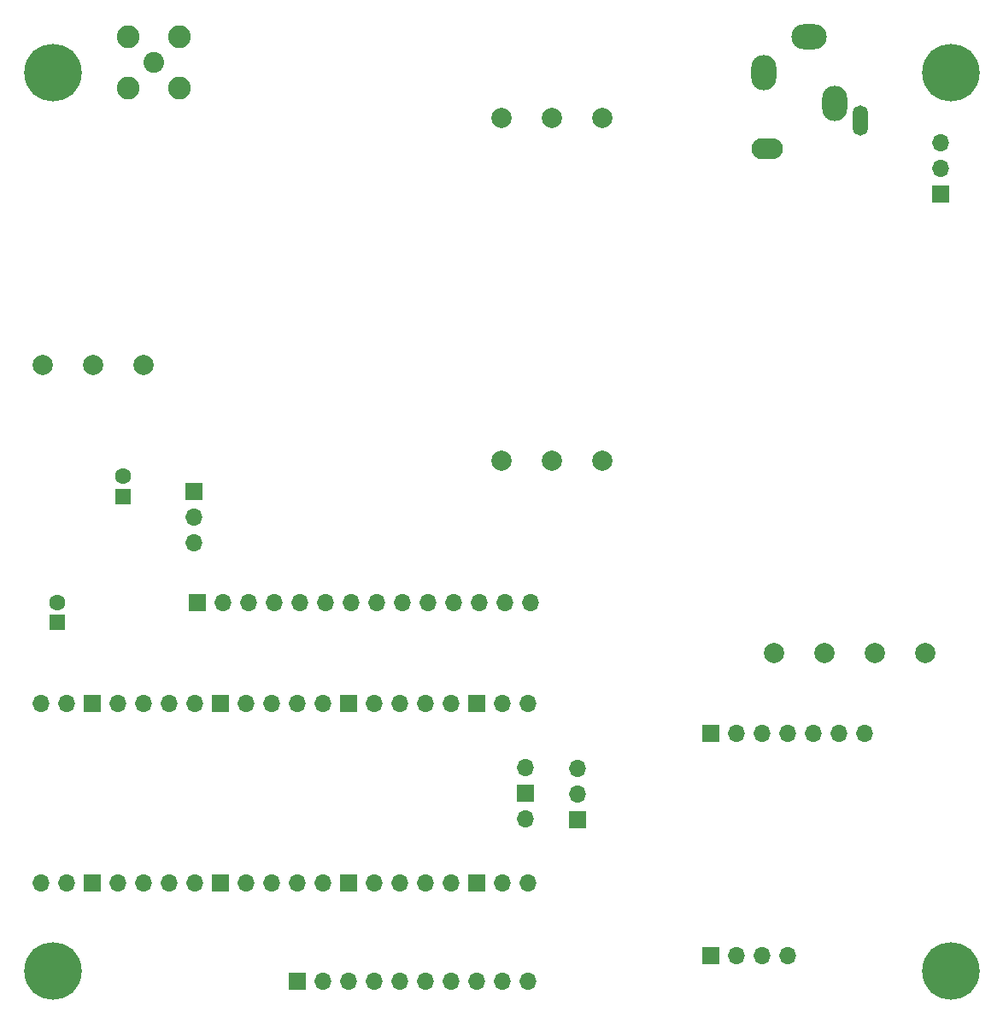
<source format=gbs>
G04 #@! TF.GenerationSoftware,KiCad,Pcbnew,8.0.8*
G04 #@! TF.CreationDate,2025-02-28T08:34:03-05:00*
G04 #@! TF.ProjectId,VWS_SDR,5657535f-5344-4522-9e6b-696361645f70,rev?*
G04 #@! TF.SameCoordinates,Original*
G04 #@! TF.FileFunction,Soldermask,Bot*
G04 #@! TF.FilePolarity,Negative*
%FSLAX46Y46*%
G04 Gerber Fmt 4.6, Leading zero omitted, Abs format (unit mm)*
G04 Created by KiCad (PCBNEW 8.0.8) date 2025-02-28 08:34:03*
%MOMM*%
%LPD*%
G01*
G04 APERTURE LIST*
%ADD10O,1.700000X1.700000*%
%ADD11R,1.700000X1.700000*%
%ADD12C,2.050000*%
%ADD13C,2.250000*%
%ADD14C,2.000000*%
%ADD15C,5.700000*%
%ADD16R,1.600000X1.600000*%
%ADD17C,1.600000*%
%ADD18O,1.500000X3.000000*%
%ADD19O,2.500000X3.500000*%
%ADD20O,3.500000X2.500000*%
%ADD21O,3.100000X2.100000*%
G04 APERTURE END LIST*
D10*
X88340000Y-125280000D03*
X90880000Y-125280000D03*
D11*
X93420000Y-125280000D03*
D10*
X95960000Y-125280000D03*
X98500000Y-125280000D03*
X101040000Y-125280000D03*
X103580000Y-125280000D03*
D11*
X106120000Y-125280000D03*
D10*
X108660000Y-125280000D03*
X111200000Y-125280000D03*
X113740000Y-125280000D03*
X116280000Y-125280000D03*
D11*
X118820000Y-125280000D03*
D10*
X121360000Y-125280000D03*
X123900000Y-125280000D03*
X126440000Y-125280000D03*
X128980000Y-125280000D03*
D11*
X131520000Y-125280000D03*
D10*
X134060000Y-125280000D03*
X136600000Y-125280000D03*
X136600000Y-107500000D03*
X134060000Y-107500000D03*
D11*
X131520000Y-107500000D03*
D10*
X128980000Y-107500000D03*
X126440000Y-107500000D03*
X123900000Y-107500000D03*
X121360000Y-107500000D03*
D11*
X118820000Y-107500000D03*
D10*
X116280000Y-107500000D03*
X113740000Y-107500000D03*
X111200000Y-107500000D03*
X108660000Y-107500000D03*
D11*
X106120000Y-107500000D03*
D10*
X103580000Y-107500000D03*
X101040000Y-107500000D03*
X98500000Y-107500000D03*
X95960000Y-107500000D03*
D11*
X93420000Y-107500000D03*
D10*
X90880000Y-107500000D03*
X88340000Y-107500000D03*
X136370000Y-118930000D03*
D11*
X136370000Y-116390000D03*
D10*
X136370000Y-113850000D03*
D12*
X99500000Y-44000000D03*
D13*
X96960000Y-41460000D03*
X96960000Y-46540000D03*
X102040000Y-41460000D03*
X102040000Y-46540000D03*
D14*
X144000000Y-49500000D03*
D11*
X141500000Y-119000000D03*
D10*
X141500000Y-116460000D03*
X141500000Y-113920000D03*
D11*
X154760000Y-110500000D03*
D10*
X157300000Y-110500000D03*
X159840000Y-110500000D03*
X162380000Y-110500000D03*
X164920000Y-110500000D03*
X167460000Y-110500000D03*
X170000000Y-110500000D03*
D15*
X89500000Y-134000000D03*
D14*
X98500000Y-74000000D03*
X166000000Y-102500000D03*
D15*
X178500000Y-45000000D03*
D11*
X103800000Y-97500000D03*
D10*
X106340000Y-97500000D03*
X108880000Y-97500000D03*
X111420000Y-97500000D03*
X113960000Y-97500000D03*
X116500000Y-97500000D03*
X119040000Y-97500000D03*
X121580000Y-97500000D03*
X124120000Y-97500000D03*
X126660000Y-97500000D03*
X129200000Y-97500000D03*
X131740000Y-97500000D03*
X134280000Y-97500000D03*
X136820000Y-97500000D03*
D14*
X134000000Y-49500000D03*
D15*
X89500000Y-45000000D03*
D11*
X113720000Y-135000000D03*
D10*
X116260000Y-135000000D03*
X118800000Y-135000000D03*
X121340000Y-135000000D03*
X123880000Y-135000000D03*
X126420000Y-135000000D03*
X128960000Y-135000000D03*
X131500000Y-135000000D03*
X134040000Y-135000000D03*
X136580000Y-135000000D03*
D11*
X154700000Y-132500000D03*
D10*
X157240000Y-132500000D03*
X159780000Y-132500000D03*
X162320000Y-132500000D03*
D14*
X93500000Y-74000000D03*
X144000000Y-83500000D03*
D11*
X177500000Y-57080000D03*
D10*
X177500000Y-54540000D03*
X177500000Y-52000000D03*
D14*
X161000000Y-102500000D03*
X176000000Y-102500000D03*
X134000000Y-83500000D03*
X139000000Y-49500000D03*
D16*
X96500000Y-87000000D03*
D17*
X96500000Y-85000000D03*
D14*
X171000000Y-102500000D03*
X88500000Y-74000000D03*
D16*
X89937500Y-99500000D03*
D17*
X89937500Y-97500000D03*
D14*
X139000000Y-83500000D03*
D11*
X103500000Y-86500000D03*
D10*
X103500000Y-89040000D03*
X103500000Y-91580000D03*
D18*
X169500000Y-49800000D03*
D19*
X167000000Y-48100000D03*
D20*
X164500000Y-41500000D03*
D19*
X160000000Y-45000000D03*
D21*
X160300000Y-52600000D03*
D15*
X178500000Y-134000000D03*
M02*

</source>
